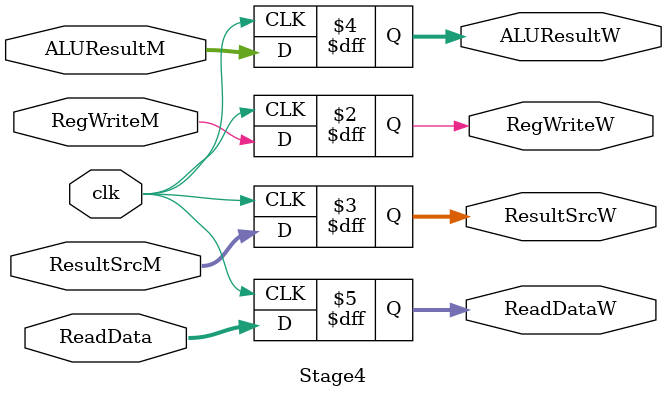
<source format=sv>
module  Stage4#(
    parameter DATA_WIDTH = 32
)(
    input logic                     clk,

    // control input 
    input logic                        RegWriteM,
    input logic[1:0]                   ResultSrcM,
    // ALU input
    input logic[DATA_WIDTH-1:0]        ALUResultM,
    //datamem input
    input logic[DATA_WIDTH-1:0]        ReadData,
   

    // control output
    output logic                        RegWriteW,
    output logic[1:0]                   ResultSrcW,
    // ALU output
    output logic[DATA_WIDTH-1:0]        ALUResultW,
    //datamem output
    output logic[DATA_WIDTH-1:0]        ReadDataW,
    

);

always_ff @(posedge clk) begin
    //control
    RegWriteW <= RegWriteM;
    ResultSrcW <= ResultSrcM;
    //alu
    ALUResultW <= ALUResultM;
    //data mem
    ReadDataW <= ReadData;
    
end
    
endmodule

</source>
